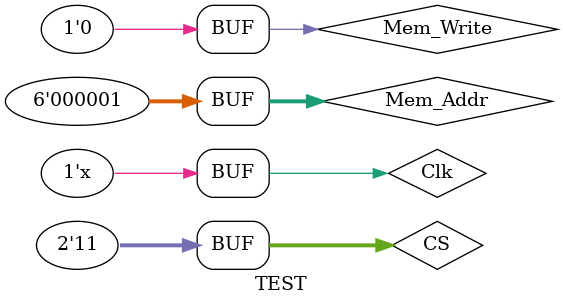
<source format=v>
`timescale 1ns / 1ps


module TEST;

	// Inputs
	reg [5:0] Mem_Addr;
	reg [1:0] CS;
	reg Mem_Write;
	reg Clk;

	// Outputs
	wire [7:0] LED;

	// Instantiate the Unit Under Test (UUT)
	TESTSTORAGE uut (
		.Mem_Addr(Mem_Addr), 
		.CS(CS), 
		.Mem_Write(Mem_Write), 
		.Clk(Clk), 
		.LED(LED)
	);

	initial begin
		// Initialize Inputs
		Clk = 0;
		
		Mem_Addr = 0;
		CS = 0;
		Mem_Write = 0;
		

		// Wait 100 ns for global reset to finish
		#10;
        
		Mem_Addr = 0;
		CS = 1;
		Mem_Write = 0;
		

		// Wait 100 ns for global reset to finish
		#10;
		
		Mem_Addr = 0;
		CS = 2;
		Mem_Write = 0;
		

		// Wait 100 ns for global reset to finish
		#10;
		
		Mem_Addr = 0;
		CS = 3;
		Mem_Write = 0;
		

		// Wait 100 ns for global reset to finish
		#10;
		
		Mem_Addr = 1;
		CS = 0;
		Mem_Write = 0;
		

		// Wait 100 ns for global reset to finish
		#10;
        
		Mem_Addr = 1;
		CS = 1;
		Mem_Write = 0;
		

		// Wait 100 ns for global reset to finish
		#10;
		
		Mem_Addr = 1;
		CS = 2;
		Mem_Write = 0;
		

		// Wait 100 ns for global reset to finish
		#10;
		
		Mem_Addr = 1;
		CS = 3;
		Mem_Write = 0;
		

		// Wait 100 ns for global reset to finish
		#10;
		
		

	end
   always #1 Clk = ~Clk;
	
endmodule


</source>
